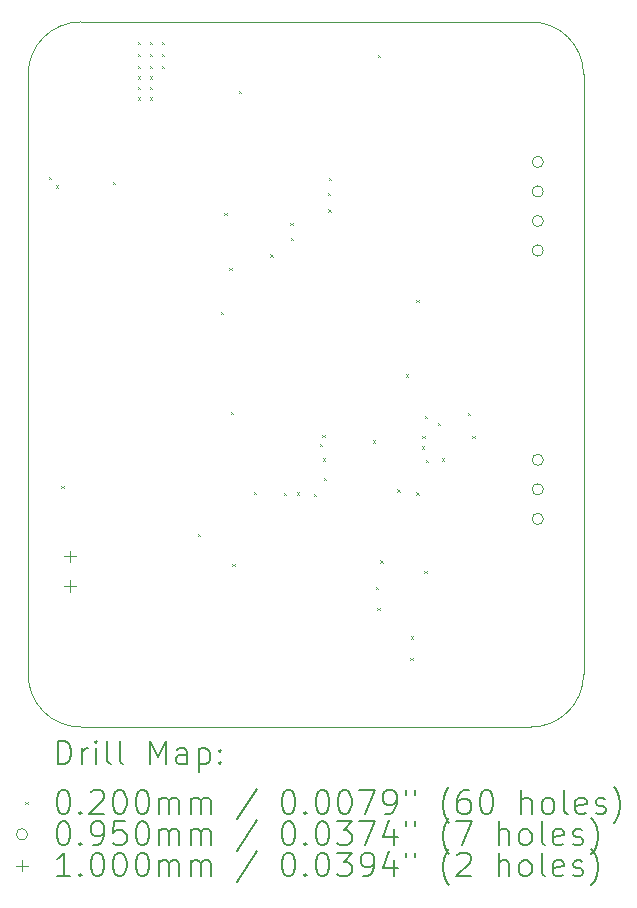
<source format=gbr>
%FSLAX45Y45*%
G04 Gerber Fmt 4.5, Leading zero omitted, Abs format (unit mm)*
G04 Created by KiCad (PCBNEW (6.0.1-0)) date 2022-10-24 19:00:19*
%MOMM*%
%LPD*%
G01*
G04 APERTURE LIST*
%TA.AperFunction,Profile*%
%ADD10C,0.100000*%
%TD*%
%ADD11C,0.200000*%
%ADD12C,0.020000*%
%ADD13C,0.095000*%
%ADD14C,0.100000*%
G04 APERTURE END LIST*
D10*
X16767190Y-7429500D02*
X16767190Y-12509500D01*
X12509500Y-6985000D02*
G75*
G03*
X12065000Y-7429500I0J-444500D01*
G01*
X16322690Y-12954000D02*
X12509500Y-12954000D01*
X16767190Y-7429500D02*
G75*
G03*
X16322690Y-6985000I-444500J0D01*
G01*
X12065000Y-12509500D02*
X12065000Y-7429500D01*
X12509500Y-6985000D02*
X16322690Y-6985000D01*
X16322690Y-12954000D02*
G75*
G03*
X16767190Y-12509500I0J444500D01*
G01*
X12065000Y-12509500D02*
G75*
G03*
X12509500Y-12954000I444500J0D01*
G01*
D11*
D12*
X12237880Y-8295800D02*
X12257880Y-8315800D01*
X12257880Y-8295800D02*
X12237880Y-8315800D01*
X12298840Y-8366920D02*
X12318840Y-8386920D01*
X12318840Y-8366920D02*
X12298840Y-8386920D01*
X12347100Y-10912000D02*
X12367100Y-10932000D01*
X12367100Y-10912000D02*
X12347100Y-10932000D01*
X12781440Y-8336440D02*
X12801440Y-8356440D01*
X12801440Y-8336440D02*
X12781440Y-8356440D01*
X12994800Y-7152800D02*
X13014800Y-7172800D01*
X13014800Y-7152800D02*
X12994800Y-7172800D01*
X12994800Y-7254400D02*
X13014800Y-7274400D01*
X13014800Y-7254400D02*
X12994800Y-7274400D01*
X12994800Y-7356000D02*
X13014800Y-7376000D01*
X13014800Y-7356000D02*
X12994800Y-7376000D01*
X12994800Y-7444900D02*
X13014800Y-7464900D01*
X13014800Y-7444900D02*
X12994800Y-7464900D01*
X12994800Y-7533800D02*
X13014800Y-7553800D01*
X13014800Y-7533800D02*
X12994800Y-7553800D01*
X12994800Y-7622700D02*
X13014800Y-7642700D01*
X13014800Y-7622700D02*
X12994800Y-7642700D01*
X13096400Y-7152800D02*
X13116400Y-7172800D01*
X13116400Y-7152800D02*
X13096400Y-7172800D01*
X13096400Y-7254400D02*
X13116400Y-7274400D01*
X13116400Y-7254400D02*
X13096400Y-7274400D01*
X13096400Y-7356000D02*
X13116400Y-7376000D01*
X13116400Y-7356000D02*
X13096400Y-7376000D01*
X13096400Y-7444900D02*
X13116400Y-7464900D01*
X13116400Y-7444900D02*
X13096400Y-7464900D01*
X13096400Y-7533800D02*
X13116400Y-7553800D01*
X13116400Y-7533800D02*
X13096400Y-7553800D01*
X13096400Y-7622700D02*
X13116400Y-7642700D01*
X13116400Y-7622700D02*
X13096400Y-7642700D01*
X13198000Y-7152800D02*
X13218000Y-7172800D01*
X13218000Y-7152800D02*
X13198000Y-7172800D01*
X13198000Y-7254400D02*
X13218000Y-7274400D01*
X13218000Y-7254400D02*
X13198000Y-7274400D01*
X13198000Y-7356000D02*
X13218000Y-7376000D01*
X13218000Y-7356000D02*
X13198000Y-7376000D01*
X13502800Y-11318400D02*
X13522800Y-11338400D01*
X13522800Y-11318400D02*
X13502800Y-11338400D01*
X13695840Y-9438800D02*
X13715840Y-9458800D01*
X13715840Y-9438800D02*
X13695840Y-9458800D01*
X13726320Y-8600600D02*
X13746320Y-8620600D01*
X13746320Y-8600600D02*
X13726320Y-8620600D01*
X13766960Y-9067960D02*
X13786960Y-9087960D01*
X13786960Y-9067960D02*
X13766960Y-9087960D01*
X13780720Y-10285680D02*
X13800720Y-10305680D01*
X13800720Y-10285680D02*
X13780720Y-10305680D01*
X13794900Y-11572400D02*
X13814900Y-11592400D01*
X13814900Y-11572400D02*
X13794900Y-11592400D01*
X13848240Y-7569360D02*
X13868240Y-7589360D01*
X13868240Y-7569360D02*
X13848240Y-7589360D01*
X13975240Y-10962800D02*
X13995240Y-10982800D01*
X13995240Y-10962800D02*
X13975240Y-10982800D01*
X14114940Y-8953660D02*
X14134940Y-8973660D01*
X14134940Y-8953660D02*
X14114940Y-8973660D01*
X14229240Y-10972960D02*
X14249240Y-10992960D01*
X14249240Y-10972960D02*
X14229240Y-10992960D01*
X14285120Y-8686960D02*
X14305120Y-8706960D01*
X14305120Y-8686960D02*
X14285120Y-8706960D01*
X14290200Y-8813960D02*
X14310200Y-8833960D01*
X14310200Y-8813960D02*
X14290200Y-8833960D01*
X14341000Y-10967880D02*
X14361000Y-10987880D01*
X14361000Y-10967880D02*
X14341000Y-10987880D01*
X14483240Y-10978040D02*
X14503240Y-10998040D01*
X14503240Y-10978040D02*
X14483240Y-10998040D01*
X14534040Y-10556400D02*
X14554040Y-10576400D01*
X14554040Y-10556400D02*
X14534040Y-10576400D01*
X14554360Y-10480200D02*
X14574360Y-10500200D01*
X14574360Y-10480200D02*
X14554360Y-10500200D01*
X14559440Y-10678320D02*
X14579440Y-10698320D01*
X14579440Y-10678320D02*
X14559440Y-10698320D01*
X14569600Y-10845960D02*
X14589600Y-10865960D01*
X14589600Y-10845960D02*
X14569600Y-10865960D01*
X14600080Y-8432960D02*
X14620080Y-8452960D01*
X14620080Y-8432960D02*
X14600080Y-8452960D01*
X14605160Y-8570120D02*
X14625160Y-8590120D01*
X14625160Y-8570120D02*
X14605160Y-8590120D01*
X14610240Y-8305960D02*
X14630240Y-8325960D01*
X14630240Y-8305960D02*
X14610240Y-8325960D01*
X14983620Y-10528460D02*
X15003620Y-10548460D01*
X15003620Y-10528460D02*
X14983620Y-10548460D01*
X15006480Y-11765440D02*
X15026480Y-11785440D01*
X15026480Y-11765440D02*
X15006480Y-11785440D01*
X15021720Y-11943240D02*
X15041720Y-11963240D01*
X15041720Y-11943240D02*
X15021720Y-11963240D01*
X15026800Y-7264560D02*
X15046800Y-7284560D01*
X15046800Y-7264560D02*
X15026800Y-7284560D01*
X15047120Y-11541920D02*
X15067120Y-11561920D01*
X15067120Y-11541920D02*
X15047120Y-11561920D01*
X15189360Y-10942480D02*
X15209360Y-10962480D01*
X15209360Y-10942480D02*
X15189360Y-10962480D01*
X15260440Y-9967160D02*
X15280440Y-9987160D01*
X15280440Y-9967160D02*
X15260440Y-9987160D01*
X15301120Y-12369960D02*
X15321120Y-12389960D01*
X15321120Y-12369960D02*
X15301120Y-12389960D01*
X15306200Y-12187080D02*
X15326200Y-12207080D01*
X15326200Y-12187080D02*
X15306200Y-12207080D01*
X15351880Y-9337160D02*
X15371880Y-9357160D01*
X15371880Y-9337160D02*
X15351880Y-9357160D01*
X15351920Y-10967880D02*
X15371920Y-10987880D01*
X15371920Y-10967880D02*
X15351920Y-10987880D01*
X15397640Y-10576720D02*
X15417640Y-10596720D01*
X15417640Y-10576720D02*
X15397640Y-10596720D01*
X15402720Y-10490360D02*
X15422720Y-10510360D01*
X15422720Y-10490360D02*
X15402720Y-10510360D01*
X15417960Y-11633360D02*
X15437960Y-11653360D01*
X15437960Y-11633360D02*
X15417960Y-11653360D01*
X15423040Y-10317640D02*
X15443040Y-10337640D01*
X15443040Y-10317640D02*
X15423040Y-10337640D01*
X15433200Y-10693560D02*
X15453200Y-10713560D01*
X15453200Y-10693560D02*
X15433200Y-10713560D01*
X15532200Y-10381080D02*
X15552200Y-10401080D01*
X15552200Y-10381080D02*
X15532200Y-10401080D01*
X15565280Y-10678320D02*
X15585280Y-10698320D01*
X15585280Y-10678320D02*
X15565280Y-10698320D01*
X15788800Y-10292240D02*
X15808800Y-10312240D01*
X15808800Y-10292240D02*
X15788800Y-10312240D01*
X15824360Y-10490360D02*
X15844360Y-10510360D01*
X15844360Y-10490360D02*
X15824360Y-10510360D01*
D13*
X16427120Y-8170100D02*
G75*
G03*
X16427120Y-8170100I-47500J0D01*
G01*
X16427120Y-8420100D02*
G75*
G03*
X16427120Y-8420100I-47500J0D01*
G01*
X16427120Y-8670100D02*
G75*
G03*
X16427120Y-8670100I-47500J0D01*
G01*
X16427120Y-8920100D02*
G75*
G03*
X16427120Y-8920100I-47500J0D01*
G01*
X16427120Y-10692320D02*
G75*
G03*
X16427120Y-10692320I-47500J0D01*
G01*
X16427120Y-10942320D02*
G75*
G03*
X16427120Y-10942320I-47500J0D01*
G01*
X16427120Y-11192320D02*
G75*
G03*
X16427120Y-11192320I-47500J0D01*
G01*
D14*
X12420600Y-11460200D02*
X12420600Y-11560200D01*
X12370600Y-11510200D02*
X12470600Y-11510200D01*
X12420600Y-11710200D02*
X12420600Y-11810200D01*
X12370600Y-11760200D02*
X12470600Y-11760200D01*
D11*
X12317619Y-13269476D02*
X12317619Y-13069476D01*
X12365238Y-13069476D01*
X12393809Y-13079000D01*
X12412857Y-13098048D01*
X12422381Y-13117095D01*
X12431905Y-13155190D01*
X12431905Y-13183762D01*
X12422381Y-13221857D01*
X12412857Y-13240905D01*
X12393809Y-13259952D01*
X12365238Y-13269476D01*
X12317619Y-13269476D01*
X12517619Y-13269476D02*
X12517619Y-13136143D01*
X12517619Y-13174238D02*
X12527143Y-13155190D01*
X12536667Y-13145667D01*
X12555714Y-13136143D01*
X12574762Y-13136143D01*
X12641428Y-13269476D02*
X12641428Y-13136143D01*
X12641428Y-13069476D02*
X12631905Y-13079000D01*
X12641428Y-13088524D01*
X12650952Y-13079000D01*
X12641428Y-13069476D01*
X12641428Y-13088524D01*
X12765238Y-13269476D02*
X12746190Y-13259952D01*
X12736667Y-13240905D01*
X12736667Y-13069476D01*
X12870000Y-13269476D02*
X12850952Y-13259952D01*
X12841428Y-13240905D01*
X12841428Y-13069476D01*
X13098571Y-13269476D02*
X13098571Y-13069476D01*
X13165238Y-13212333D01*
X13231905Y-13069476D01*
X13231905Y-13269476D01*
X13412857Y-13269476D02*
X13412857Y-13164714D01*
X13403333Y-13145667D01*
X13384286Y-13136143D01*
X13346190Y-13136143D01*
X13327143Y-13145667D01*
X13412857Y-13259952D02*
X13393809Y-13269476D01*
X13346190Y-13269476D01*
X13327143Y-13259952D01*
X13317619Y-13240905D01*
X13317619Y-13221857D01*
X13327143Y-13202809D01*
X13346190Y-13193286D01*
X13393809Y-13193286D01*
X13412857Y-13183762D01*
X13508095Y-13136143D02*
X13508095Y-13336143D01*
X13508095Y-13145667D02*
X13527143Y-13136143D01*
X13565238Y-13136143D01*
X13584286Y-13145667D01*
X13593809Y-13155190D01*
X13603333Y-13174238D01*
X13603333Y-13231381D01*
X13593809Y-13250428D01*
X13584286Y-13259952D01*
X13565238Y-13269476D01*
X13527143Y-13269476D01*
X13508095Y-13259952D01*
X13689048Y-13250428D02*
X13698571Y-13259952D01*
X13689048Y-13269476D01*
X13679524Y-13259952D01*
X13689048Y-13250428D01*
X13689048Y-13269476D01*
X13689048Y-13145667D02*
X13698571Y-13155190D01*
X13689048Y-13164714D01*
X13679524Y-13155190D01*
X13689048Y-13145667D01*
X13689048Y-13164714D01*
D12*
X12040000Y-13589000D02*
X12060000Y-13609000D01*
X12060000Y-13589000D02*
X12040000Y-13609000D01*
D11*
X12355714Y-13489476D02*
X12374762Y-13489476D01*
X12393809Y-13499000D01*
X12403333Y-13508524D01*
X12412857Y-13527571D01*
X12422381Y-13565667D01*
X12422381Y-13613286D01*
X12412857Y-13651381D01*
X12403333Y-13670428D01*
X12393809Y-13679952D01*
X12374762Y-13689476D01*
X12355714Y-13689476D01*
X12336667Y-13679952D01*
X12327143Y-13670428D01*
X12317619Y-13651381D01*
X12308095Y-13613286D01*
X12308095Y-13565667D01*
X12317619Y-13527571D01*
X12327143Y-13508524D01*
X12336667Y-13499000D01*
X12355714Y-13489476D01*
X12508095Y-13670428D02*
X12517619Y-13679952D01*
X12508095Y-13689476D01*
X12498571Y-13679952D01*
X12508095Y-13670428D01*
X12508095Y-13689476D01*
X12593809Y-13508524D02*
X12603333Y-13499000D01*
X12622381Y-13489476D01*
X12670000Y-13489476D01*
X12689048Y-13499000D01*
X12698571Y-13508524D01*
X12708095Y-13527571D01*
X12708095Y-13546619D01*
X12698571Y-13575190D01*
X12584286Y-13689476D01*
X12708095Y-13689476D01*
X12831905Y-13489476D02*
X12850952Y-13489476D01*
X12870000Y-13499000D01*
X12879524Y-13508524D01*
X12889048Y-13527571D01*
X12898571Y-13565667D01*
X12898571Y-13613286D01*
X12889048Y-13651381D01*
X12879524Y-13670428D01*
X12870000Y-13679952D01*
X12850952Y-13689476D01*
X12831905Y-13689476D01*
X12812857Y-13679952D01*
X12803333Y-13670428D01*
X12793809Y-13651381D01*
X12784286Y-13613286D01*
X12784286Y-13565667D01*
X12793809Y-13527571D01*
X12803333Y-13508524D01*
X12812857Y-13499000D01*
X12831905Y-13489476D01*
X13022381Y-13489476D02*
X13041428Y-13489476D01*
X13060476Y-13499000D01*
X13070000Y-13508524D01*
X13079524Y-13527571D01*
X13089048Y-13565667D01*
X13089048Y-13613286D01*
X13079524Y-13651381D01*
X13070000Y-13670428D01*
X13060476Y-13679952D01*
X13041428Y-13689476D01*
X13022381Y-13689476D01*
X13003333Y-13679952D01*
X12993809Y-13670428D01*
X12984286Y-13651381D01*
X12974762Y-13613286D01*
X12974762Y-13565667D01*
X12984286Y-13527571D01*
X12993809Y-13508524D01*
X13003333Y-13499000D01*
X13022381Y-13489476D01*
X13174762Y-13689476D02*
X13174762Y-13556143D01*
X13174762Y-13575190D02*
X13184286Y-13565667D01*
X13203333Y-13556143D01*
X13231905Y-13556143D01*
X13250952Y-13565667D01*
X13260476Y-13584714D01*
X13260476Y-13689476D01*
X13260476Y-13584714D02*
X13270000Y-13565667D01*
X13289048Y-13556143D01*
X13317619Y-13556143D01*
X13336667Y-13565667D01*
X13346190Y-13584714D01*
X13346190Y-13689476D01*
X13441428Y-13689476D02*
X13441428Y-13556143D01*
X13441428Y-13575190D02*
X13450952Y-13565667D01*
X13470000Y-13556143D01*
X13498571Y-13556143D01*
X13517619Y-13565667D01*
X13527143Y-13584714D01*
X13527143Y-13689476D01*
X13527143Y-13584714D02*
X13536667Y-13565667D01*
X13555714Y-13556143D01*
X13584286Y-13556143D01*
X13603333Y-13565667D01*
X13612857Y-13584714D01*
X13612857Y-13689476D01*
X14003333Y-13479952D02*
X13831905Y-13737095D01*
X14260476Y-13489476D02*
X14279524Y-13489476D01*
X14298571Y-13499000D01*
X14308095Y-13508524D01*
X14317619Y-13527571D01*
X14327143Y-13565667D01*
X14327143Y-13613286D01*
X14317619Y-13651381D01*
X14308095Y-13670428D01*
X14298571Y-13679952D01*
X14279524Y-13689476D01*
X14260476Y-13689476D01*
X14241428Y-13679952D01*
X14231905Y-13670428D01*
X14222381Y-13651381D01*
X14212857Y-13613286D01*
X14212857Y-13565667D01*
X14222381Y-13527571D01*
X14231905Y-13508524D01*
X14241428Y-13499000D01*
X14260476Y-13489476D01*
X14412857Y-13670428D02*
X14422381Y-13679952D01*
X14412857Y-13689476D01*
X14403333Y-13679952D01*
X14412857Y-13670428D01*
X14412857Y-13689476D01*
X14546190Y-13489476D02*
X14565238Y-13489476D01*
X14584286Y-13499000D01*
X14593809Y-13508524D01*
X14603333Y-13527571D01*
X14612857Y-13565667D01*
X14612857Y-13613286D01*
X14603333Y-13651381D01*
X14593809Y-13670428D01*
X14584286Y-13679952D01*
X14565238Y-13689476D01*
X14546190Y-13689476D01*
X14527143Y-13679952D01*
X14517619Y-13670428D01*
X14508095Y-13651381D01*
X14498571Y-13613286D01*
X14498571Y-13565667D01*
X14508095Y-13527571D01*
X14517619Y-13508524D01*
X14527143Y-13499000D01*
X14546190Y-13489476D01*
X14736667Y-13489476D02*
X14755714Y-13489476D01*
X14774762Y-13499000D01*
X14784286Y-13508524D01*
X14793809Y-13527571D01*
X14803333Y-13565667D01*
X14803333Y-13613286D01*
X14793809Y-13651381D01*
X14784286Y-13670428D01*
X14774762Y-13679952D01*
X14755714Y-13689476D01*
X14736667Y-13689476D01*
X14717619Y-13679952D01*
X14708095Y-13670428D01*
X14698571Y-13651381D01*
X14689048Y-13613286D01*
X14689048Y-13565667D01*
X14698571Y-13527571D01*
X14708095Y-13508524D01*
X14717619Y-13499000D01*
X14736667Y-13489476D01*
X14870000Y-13489476D02*
X15003333Y-13489476D01*
X14917619Y-13689476D01*
X15089048Y-13689476D02*
X15127143Y-13689476D01*
X15146190Y-13679952D01*
X15155714Y-13670428D01*
X15174762Y-13641857D01*
X15184286Y-13603762D01*
X15184286Y-13527571D01*
X15174762Y-13508524D01*
X15165238Y-13499000D01*
X15146190Y-13489476D01*
X15108095Y-13489476D01*
X15089048Y-13499000D01*
X15079524Y-13508524D01*
X15070000Y-13527571D01*
X15070000Y-13575190D01*
X15079524Y-13594238D01*
X15089048Y-13603762D01*
X15108095Y-13613286D01*
X15146190Y-13613286D01*
X15165238Y-13603762D01*
X15174762Y-13594238D01*
X15184286Y-13575190D01*
X15260476Y-13489476D02*
X15260476Y-13527571D01*
X15336667Y-13489476D02*
X15336667Y-13527571D01*
X15631905Y-13765667D02*
X15622381Y-13756143D01*
X15603333Y-13727571D01*
X15593809Y-13708524D01*
X15584286Y-13679952D01*
X15574762Y-13632333D01*
X15574762Y-13594238D01*
X15584286Y-13546619D01*
X15593809Y-13518048D01*
X15603333Y-13499000D01*
X15622381Y-13470428D01*
X15631905Y-13460905D01*
X15793809Y-13489476D02*
X15755714Y-13489476D01*
X15736667Y-13499000D01*
X15727143Y-13508524D01*
X15708095Y-13537095D01*
X15698571Y-13575190D01*
X15698571Y-13651381D01*
X15708095Y-13670428D01*
X15717619Y-13679952D01*
X15736667Y-13689476D01*
X15774762Y-13689476D01*
X15793809Y-13679952D01*
X15803333Y-13670428D01*
X15812857Y-13651381D01*
X15812857Y-13603762D01*
X15803333Y-13584714D01*
X15793809Y-13575190D01*
X15774762Y-13565667D01*
X15736667Y-13565667D01*
X15717619Y-13575190D01*
X15708095Y-13584714D01*
X15698571Y-13603762D01*
X15936667Y-13489476D02*
X15955714Y-13489476D01*
X15974762Y-13499000D01*
X15984286Y-13508524D01*
X15993809Y-13527571D01*
X16003333Y-13565667D01*
X16003333Y-13613286D01*
X15993809Y-13651381D01*
X15984286Y-13670428D01*
X15974762Y-13679952D01*
X15955714Y-13689476D01*
X15936667Y-13689476D01*
X15917619Y-13679952D01*
X15908095Y-13670428D01*
X15898571Y-13651381D01*
X15889048Y-13613286D01*
X15889048Y-13565667D01*
X15898571Y-13527571D01*
X15908095Y-13508524D01*
X15917619Y-13499000D01*
X15936667Y-13489476D01*
X16241428Y-13689476D02*
X16241428Y-13489476D01*
X16327143Y-13689476D02*
X16327143Y-13584714D01*
X16317619Y-13565667D01*
X16298571Y-13556143D01*
X16270000Y-13556143D01*
X16250952Y-13565667D01*
X16241428Y-13575190D01*
X16450952Y-13689476D02*
X16431905Y-13679952D01*
X16422381Y-13670428D01*
X16412857Y-13651381D01*
X16412857Y-13594238D01*
X16422381Y-13575190D01*
X16431905Y-13565667D01*
X16450952Y-13556143D01*
X16479524Y-13556143D01*
X16498571Y-13565667D01*
X16508095Y-13575190D01*
X16517619Y-13594238D01*
X16517619Y-13651381D01*
X16508095Y-13670428D01*
X16498571Y-13679952D01*
X16479524Y-13689476D01*
X16450952Y-13689476D01*
X16631905Y-13689476D02*
X16612857Y-13679952D01*
X16603333Y-13660905D01*
X16603333Y-13489476D01*
X16784286Y-13679952D02*
X16765238Y-13689476D01*
X16727143Y-13689476D01*
X16708095Y-13679952D01*
X16698571Y-13660905D01*
X16698571Y-13584714D01*
X16708095Y-13565667D01*
X16727143Y-13556143D01*
X16765238Y-13556143D01*
X16784286Y-13565667D01*
X16793810Y-13584714D01*
X16793810Y-13603762D01*
X16698571Y-13622809D01*
X16870000Y-13679952D02*
X16889048Y-13689476D01*
X16927143Y-13689476D01*
X16946190Y-13679952D01*
X16955714Y-13660905D01*
X16955714Y-13651381D01*
X16946190Y-13632333D01*
X16927143Y-13622809D01*
X16898571Y-13622809D01*
X16879524Y-13613286D01*
X16870000Y-13594238D01*
X16870000Y-13584714D01*
X16879524Y-13565667D01*
X16898571Y-13556143D01*
X16927143Y-13556143D01*
X16946190Y-13565667D01*
X17022381Y-13765667D02*
X17031905Y-13756143D01*
X17050952Y-13727571D01*
X17060476Y-13708524D01*
X17070000Y-13679952D01*
X17079524Y-13632333D01*
X17079524Y-13594238D01*
X17070000Y-13546619D01*
X17060476Y-13518048D01*
X17050952Y-13499000D01*
X17031905Y-13470428D01*
X17022381Y-13460905D01*
D13*
X12060000Y-13863000D02*
G75*
G03*
X12060000Y-13863000I-47500J0D01*
G01*
D11*
X12355714Y-13753476D02*
X12374762Y-13753476D01*
X12393809Y-13763000D01*
X12403333Y-13772524D01*
X12412857Y-13791571D01*
X12422381Y-13829667D01*
X12422381Y-13877286D01*
X12412857Y-13915381D01*
X12403333Y-13934428D01*
X12393809Y-13943952D01*
X12374762Y-13953476D01*
X12355714Y-13953476D01*
X12336667Y-13943952D01*
X12327143Y-13934428D01*
X12317619Y-13915381D01*
X12308095Y-13877286D01*
X12308095Y-13829667D01*
X12317619Y-13791571D01*
X12327143Y-13772524D01*
X12336667Y-13763000D01*
X12355714Y-13753476D01*
X12508095Y-13934428D02*
X12517619Y-13943952D01*
X12508095Y-13953476D01*
X12498571Y-13943952D01*
X12508095Y-13934428D01*
X12508095Y-13953476D01*
X12612857Y-13953476D02*
X12650952Y-13953476D01*
X12670000Y-13943952D01*
X12679524Y-13934428D01*
X12698571Y-13905857D01*
X12708095Y-13867762D01*
X12708095Y-13791571D01*
X12698571Y-13772524D01*
X12689048Y-13763000D01*
X12670000Y-13753476D01*
X12631905Y-13753476D01*
X12612857Y-13763000D01*
X12603333Y-13772524D01*
X12593809Y-13791571D01*
X12593809Y-13839190D01*
X12603333Y-13858238D01*
X12612857Y-13867762D01*
X12631905Y-13877286D01*
X12670000Y-13877286D01*
X12689048Y-13867762D01*
X12698571Y-13858238D01*
X12708095Y-13839190D01*
X12889048Y-13753476D02*
X12793809Y-13753476D01*
X12784286Y-13848714D01*
X12793809Y-13839190D01*
X12812857Y-13829667D01*
X12860476Y-13829667D01*
X12879524Y-13839190D01*
X12889048Y-13848714D01*
X12898571Y-13867762D01*
X12898571Y-13915381D01*
X12889048Y-13934428D01*
X12879524Y-13943952D01*
X12860476Y-13953476D01*
X12812857Y-13953476D01*
X12793809Y-13943952D01*
X12784286Y-13934428D01*
X13022381Y-13753476D02*
X13041428Y-13753476D01*
X13060476Y-13763000D01*
X13070000Y-13772524D01*
X13079524Y-13791571D01*
X13089048Y-13829667D01*
X13089048Y-13877286D01*
X13079524Y-13915381D01*
X13070000Y-13934428D01*
X13060476Y-13943952D01*
X13041428Y-13953476D01*
X13022381Y-13953476D01*
X13003333Y-13943952D01*
X12993809Y-13934428D01*
X12984286Y-13915381D01*
X12974762Y-13877286D01*
X12974762Y-13829667D01*
X12984286Y-13791571D01*
X12993809Y-13772524D01*
X13003333Y-13763000D01*
X13022381Y-13753476D01*
X13174762Y-13953476D02*
X13174762Y-13820143D01*
X13174762Y-13839190D02*
X13184286Y-13829667D01*
X13203333Y-13820143D01*
X13231905Y-13820143D01*
X13250952Y-13829667D01*
X13260476Y-13848714D01*
X13260476Y-13953476D01*
X13260476Y-13848714D02*
X13270000Y-13829667D01*
X13289048Y-13820143D01*
X13317619Y-13820143D01*
X13336667Y-13829667D01*
X13346190Y-13848714D01*
X13346190Y-13953476D01*
X13441428Y-13953476D02*
X13441428Y-13820143D01*
X13441428Y-13839190D02*
X13450952Y-13829667D01*
X13470000Y-13820143D01*
X13498571Y-13820143D01*
X13517619Y-13829667D01*
X13527143Y-13848714D01*
X13527143Y-13953476D01*
X13527143Y-13848714D02*
X13536667Y-13829667D01*
X13555714Y-13820143D01*
X13584286Y-13820143D01*
X13603333Y-13829667D01*
X13612857Y-13848714D01*
X13612857Y-13953476D01*
X14003333Y-13743952D02*
X13831905Y-14001095D01*
X14260476Y-13753476D02*
X14279524Y-13753476D01*
X14298571Y-13763000D01*
X14308095Y-13772524D01*
X14317619Y-13791571D01*
X14327143Y-13829667D01*
X14327143Y-13877286D01*
X14317619Y-13915381D01*
X14308095Y-13934428D01*
X14298571Y-13943952D01*
X14279524Y-13953476D01*
X14260476Y-13953476D01*
X14241428Y-13943952D01*
X14231905Y-13934428D01*
X14222381Y-13915381D01*
X14212857Y-13877286D01*
X14212857Y-13829667D01*
X14222381Y-13791571D01*
X14231905Y-13772524D01*
X14241428Y-13763000D01*
X14260476Y-13753476D01*
X14412857Y-13934428D02*
X14422381Y-13943952D01*
X14412857Y-13953476D01*
X14403333Y-13943952D01*
X14412857Y-13934428D01*
X14412857Y-13953476D01*
X14546190Y-13753476D02*
X14565238Y-13753476D01*
X14584286Y-13763000D01*
X14593809Y-13772524D01*
X14603333Y-13791571D01*
X14612857Y-13829667D01*
X14612857Y-13877286D01*
X14603333Y-13915381D01*
X14593809Y-13934428D01*
X14584286Y-13943952D01*
X14565238Y-13953476D01*
X14546190Y-13953476D01*
X14527143Y-13943952D01*
X14517619Y-13934428D01*
X14508095Y-13915381D01*
X14498571Y-13877286D01*
X14498571Y-13829667D01*
X14508095Y-13791571D01*
X14517619Y-13772524D01*
X14527143Y-13763000D01*
X14546190Y-13753476D01*
X14679524Y-13753476D02*
X14803333Y-13753476D01*
X14736667Y-13829667D01*
X14765238Y-13829667D01*
X14784286Y-13839190D01*
X14793809Y-13848714D01*
X14803333Y-13867762D01*
X14803333Y-13915381D01*
X14793809Y-13934428D01*
X14784286Y-13943952D01*
X14765238Y-13953476D01*
X14708095Y-13953476D01*
X14689048Y-13943952D01*
X14679524Y-13934428D01*
X14870000Y-13753476D02*
X15003333Y-13753476D01*
X14917619Y-13953476D01*
X15165238Y-13820143D02*
X15165238Y-13953476D01*
X15117619Y-13743952D02*
X15070000Y-13886809D01*
X15193809Y-13886809D01*
X15260476Y-13753476D02*
X15260476Y-13791571D01*
X15336667Y-13753476D02*
X15336667Y-13791571D01*
X15631905Y-14029667D02*
X15622381Y-14020143D01*
X15603333Y-13991571D01*
X15593809Y-13972524D01*
X15584286Y-13943952D01*
X15574762Y-13896333D01*
X15574762Y-13858238D01*
X15584286Y-13810619D01*
X15593809Y-13782048D01*
X15603333Y-13763000D01*
X15622381Y-13734428D01*
X15631905Y-13724905D01*
X15689048Y-13753476D02*
X15822381Y-13753476D01*
X15736667Y-13953476D01*
X16050952Y-13953476D02*
X16050952Y-13753476D01*
X16136667Y-13953476D02*
X16136667Y-13848714D01*
X16127143Y-13829667D01*
X16108095Y-13820143D01*
X16079524Y-13820143D01*
X16060476Y-13829667D01*
X16050952Y-13839190D01*
X16260476Y-13953476D02*
X16241428Y-13943952D01*
X16231905Y-13934428D01*
X16222381Y-13915381D01*
X16222381Y-13858238D01*
X16231905Y-13839190D01*
X16241428Y-13829667D01*
X16260476Y-13820143D01*
X16289048Y-13820143D01*
X16308095Y-13829667D01*
X16317619Y-13839190D01*
X16327143Y-13858238D01*
X16327143Y-13915381D01*
X16317619Y-13934428D01*
X16308095Y-13943952D01*
X16289048Y-13953476D01*
X16260476Y-13953476D01*
X16441428Y-13953476D02*
X16422381Y-13943952D01*
X16412857Y-13924905D01*
X16412857Y-13753476D01*
X16593809Y-13943952D02*
X16574762Y-13953476D01*
X16536667Y-13953476D01*
X16517619Y-13943952D01*
X16508095Y-13924905D01*
X16508095Y-13848714D01*
X16517619Y-13829667D01*
X16536667Y-13820143D01*
X16574762Y-13820143D01*
X16593809Y-13829667D01*
X16603333Y-13848714D01*
X16603333Y-13867762D01*
X16508095Y-13886809D01*
X16679524Y-13943952D02*
X16698571Y-13953476D01*
X16736667Y-13953476D01*
X16755714Y-13943952D01*
X16765238Y-13924905D01*
X16765238Y-13915381D01*
X16755714Y-13896333D01*
X16736667Y-13886809D01*
X16708095Y-13886809D01*
X16689048Y-13877286D01*
X16679524Y-13858238D01*
X16679524Y-13848714D01*
X16689048Y-13829667D01*
X16708095Y-13820143D01*
X16736667Y-13820143D01*
X16755714Y-13829667D01*
X16831905Y-14029667D02*
X16841429Y-14020143D01*
X16860476Y-13991571D01*
X16870000Y-13972524D01*
X16879524Y-13943952D01*
X16889048Y-13896333D01*
X16889048Y-13858238D01*
X16879524Y-13810619D01*
X16870000Y-13782048D01*
X16860476Y-13763000D01*
X16841429Y-13734428D01*
X16831905Y-13724905D01*
D14*
X12010000Y-14077000D02*
X12010000Y-14177000D01*
X11960000Y-14127000D02*
X12060000Y-14127000D01*
D11*
X12422381Y-14217476D02*
X12308095Y-14217476D01*
X12365238Y-14217476D02*
X12365238Y-14017476D01*
X12346190Y-14046048D01*
X12327143Y-14065095D01*
X12308095Y-14074619D01*
X12508095Y-14198428D02*
X12517619Y-14207952D01*
X12508095Y-14217476D01*
X12498571Y-14207952D01*
X12508095Y-14198428D01*
X12508095Y-14217476D01*
X12641428Y-14017476D02*
X12660476Y-14017476D01*
X12679524Y-14027000D01*
X12689048Y-14036524D01*
X12698571Y-14055571D01*
X12708095Y-14093667D01*
X12708095Y-14141286D01*
X12698571Y-14179381D01*
X12689048Y-14198428D01*
X12679524Y-14207952D01*
X12660476Y-14217476D01*
X12641428Y-14217476D01*
X12622381Y-14207952D01*
X12612857Y-14198428D01*
X12603333Y-14179381D01*
X12593809Y-14141286D01*
X12593809Y-14093667D01*
X12603333Y-14055571D01*
X12612857Y-14036524D01*
X12622381Y-14027000D01*
X12641428Y-14017476D01*
X12831905Y-14017476D02*
X12850952Y-14017476D01*
X12870000Y-14027000D01*
X12879524Y-14036524D01*
X12889048Y-14055571D01*
X12898571Y-14093667D01*
X12898571Y-14141286D01*
X12889048Y-14179381D01*
X12879524Y-14198428D01*
X12870000Y-14207952D01*
X12850952Y-14217476D01*
X12831905Y-14217476D01*
X12812857Y-14207952D01*
X12803333Y-14198428D01*
X12793809Y-14179381D01*
X12784286Y-14141286D01*
X12784286Y-14093667D01*
X12793809Y-14055571D01*
X12803333Y-14036524D01*
X12812857Y-14027000D01*
X12831905Y-14017476D01*
X13022381Y-14017476D02*
X13041428Y-14017476D01*
X13060476Y-14027000D01*
X13070000Y-14036524D01*
X13079524Y-14055571D01*
X13089048Y-14093667D01*
X13089048Y-14141286D01*
X13079524Y-14179381D01*
X13070000Y-14198428D01*
X13060476Y-14207952D01*
X13041428Y-14217476D01*
X13022381Y-14217476D01*
X13003333Y-14207952D01*
X12993809Y-14198428D01*
X12984286Y-14179381D01*
X12974762Y-14141286D01*
X12974762Y-14093667D01*
X12984286Y-14055571D01*
X12993809Y-14036524D01*
X13003333Y-14027000D01*
X13022381Y-14017476D01*
X13174762Y-14217476D02*
X13174762Y-14084143D01*
X13174762Y-14103190D02*
X13184286Y-14093667D01*
X13203333Y-14084143D01*
X13231905Y-14084143D01*
X13250952Y-14093667D01*
X13260476Y-14112714D01*
X13260476Y-14217476D01*
X13260476Y-14112714D02*
X13270000Y-14093667D01*
X13289048Y-14084143D01*
X13317619Y-14084143D01*
X13336667Y-14093667D01*
X13346190Y-14112714D01*
X13346190Y-14217476D01*
X13441428Y-14217476D02*
X13441428Y-14084143D01*
X13441428Y-14103190D02*
X13450952Y-14093667D01*
X13470000Y-14084143D01*
X13498571Y-14084143D01*
X13517619Y-14093667D01*
X13527143Y-14112714D01*
X13527143Y-14217476D01*
X13527143Y-14112714D02*
X13536667Y-14093667D01*
X13555714Y-14084143D01*
X13584286Y-14084143D01*
X13603333Y-14093667D01*
X13612857Y-14112714D01*
X13612857Y-14217476D01*
X14003333Y-14007952D02*
X13831905Y-14265095D01*
X14260476Y-14017476D02*
X14279524Y-14017476D01*
X14298571Y-14027000D01*
X14308095Y-14036524D01*
X14317619Y-14055571D01*
X14327143Y-14093667D01*
X14327143Y-14141286D01*
X14317619Y-14179381D01*
X14308095Y-14198428D01*
X14298571Y-14207952D01*
X14279524Y-14217476D01*
X14260476Y-14217476D01*
X14241428Y-14207952D01*
X14231905Y-14198428D01*
X14222381Y-14179381D01*
X14212857Y-14141286D01*
X14212857Y-14093667D01*
X14222381Y-14055571D01*
X14231905Y-14036524D01*
X14241428Y-14027000D01*
X14260476Y-14017476D01*
X14412857Y-14198428D02*
X14422381Y-14207952D01*
X14412857Y-14217476D01*
X14403333Y-14207952D01*
X14412857Y-14198428D01*
X14412857Y-14217476D01*
X14546190Y-14017476D02*
X14565238Y-14017476D01*
X14584286Y-14027000D01*
X14593809Y-14036524D01*
X14603333Y-14055571D01*
X14612857Y-14093667D01*
X14612857Y-14141286D01*
X14603333Y-14179381D01*
X14593809Y-14198428D01*
X14584286Y-14207952D01*
X14565238Y-14217476D01*
X14546190Y-14217476D01*
X14527143Y-14207952D01*
X14517619Y-14198428D01*
X14508095Y-14179381D01*
X14498571Y-14141286D01*
X14498571Y-14093667D01*
X14508095Y-14055571D01*
X14517619Y-14036524D01*
X14527143Y-14027000D01*
X14546190Y-14017476D01*
X14679524Y-14017476D02*
X14803333Y-14017476D01*
X14736667Y-14093667D01*
X14765238Y-14093667D01*
X14784286Y-14103190D01*
X14793809Y-14112714D01*
X14803333Y-14131762D01*
X14803333Y-14179381D01*
X14793809Y-14198428D01*
X14784286Y-14207952D01*
X14765238Y-14217476D01*
X14708095Y-14217476D01*
X14689048Y-14207952D01*
X14679524Y-14198428D01*
X14898571Y-14217476D02*
X14936667Y-14217476D01*
X14955714Y-14207952D01*
X14965238Y-14198428D01*
X14984286Y-14169857D01*
X14993809Y-14131762D01*
X14993809Y-14055571D01*
X14984286Y-14036524D01*
X14974762Y-14027000D01*
X14955714Y-14017476D01*
X14917619Y-14017476D01*
X14898571Y-14027000D01*
X14889048Y-14036524D01*
X14879524Y-14055571D01*
X14879524Y-14103190D01*
X14889048Y-14122238D01*
X14898571Y-14131762D01*
X14917619Y-14141286D01*
X14955714Y-14141286D01*
X14974762Y-14131762D01*
X14984286Y-14122238D01*
X14993809Y-14103190D01*
X15165238Y-14084143D02*
X15165238Y-14217476D01*
X15117619Y-14007952D02*
X15070000Y-14150809D01*
X15193809Y-14150809D01*
X15260476Y-14017476D02*
X15260476Y-14055571D01*
X15336667Y-14017476D02*
X15336667Y-14055571D01*
X15631905Y-14293667D02*
X15622381Y-14284143D01*
X15603333Y-14255571D01*
X15593809Y-14236524D01*
X15584286Y-14207952D01*
X15574762Y-14160333D01*
X15574762Y-14122238D01*
X15584286Y-14074619D01*
X15593809Y-14046048D01*
X15603333Y-14027000D01*
X15622381Y-13998428D01*
X15631905Y-13988905D01*
X15698571Y-14036524D02*
X15708095Y-14027000D01*
X15727143Y-14017476D01*
X15774762Y-14017476D01*
X15793809Y-14027000D01*
X15803333Y-14036524D01*
X15812857Y-14055571D01*
X15812857Y-14074619D01*
X15803333Y-14103190D01*
X15689048Y-14217476D01*
X15812857Y-14217476D01*
X16050952Y-14217476D02*
X16050952Y-14017476D01*
X16136667Y-14217476D02*
X16136667Y-14112714D01*
X16127143Y-14093667D01*
X16108095Y-14084143D01*
X16079524Y-14084143D01*
X16060476Y-14093667D01*
X16050952Y-14103190D01*
X16260476Y-14217476D02*
X16241428Y-14207952D01*
X16231905Y-14198428D01*
X16222381Y-14179381D01*
X16222381Y-14122238D01*
X16231905Y-14103190D01*
X16241428Y-14093667D01*
X16260476Y-14084143D01*
X16289048Y-14084143D01*
X16308095Y-14093667D01*
X16317619Y-14103190D01*
X16327143Y-14122238D01*
X16327143Y-14179381D01*
X16317619Y-14198428D01*
X16308095Y-14207952D01*
X16289048Y-14217476D01*
X16260476Y-14217476D01*
X16441428Y-14217476D02*
X16422381Y-14207952D01*
X16412857Y-14188905D01*
X16412857Y-14017476D01*
X16593809Y-14207952D02*
X16574762Y-14217476D01*
X16536667Y-14217476D01*
X16517619Y-14207952D01*
X16508095Y-14188905D01*
X16508095Y-14112714D01*
X16517619Y-14093667D01*
X16536667Y-14084143D01*
X16574762Y-14084143D01*
X16593809Y-14093667D01*
X16603333Y-14112714D01*
X16603333Y-14131762D01*
X16508095Y-14150809D01*
X16679524Y-14207952D02*
X16698571Y-14217476D01*
X16736667Y-14217476D01*
X16755714Y-14207952D01*
X16765238Y-14188905D01*
X16765238Y-14179381D01*
X16755714Y-14160333D01*
X16736667Y-14150809D01*
X16708095Y-14150809D01*
X16689048Y-14141286D01*
X16679524Y-14122238D01*
X16679524Y-14112714D01*
X16689048Y-14093667D01*
X16708095Y-14084143D01*
X16736667Y-14084143D01*
X16755714Y-14093667D01*
X16831905Y-14293667D02*
X16841429Y-14284143D01*
X16860476Y-14255571D01*
X16870000Y-14236524D01*
X16879524Y-14207952D01*
X16889048Y-14160333D01*
X16889048Y-14122238D01*
X16879524Y-14074619D01*
X16870000Y-14046048D01*
X16860476Y-14027000D01*
X16841429Y-13998428D01*
X16831905Y-13988905D01*
M02*

</source>
